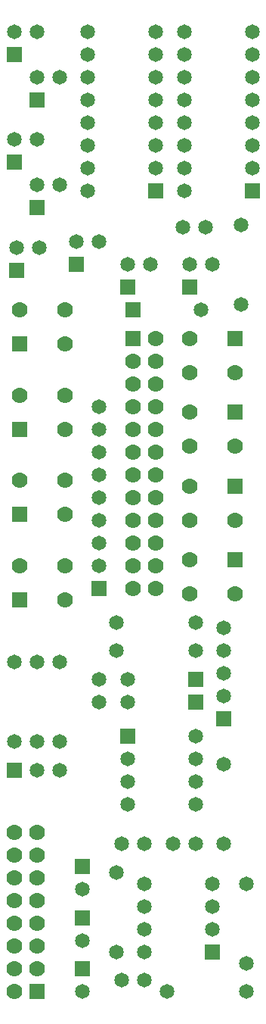
<source format=gbs>
G04 (created by PCBNEW-RS274X (2012-01-19 BZR 3256)-stable) date 12/6/2012 11:00:23 PM*
G01*
G70*
G90*
%MOIN*%
G04 Gerber Fmt 3.4, Leading zero omitted, Abs format*
%FSLAX34Y34*%
G04 APERTURE LIST*
%ADD10C,0.006000*%
%ADD11R,0.065000X0.065000*%
%ADD12C,0.065000*%
%ADD13R,0.070000X0.070000*%
%ADD14C,0.070000*%
G04 APERTURE END LIST*
G54D10*
G54D11*
X24000Y-44250D03*
G54D12*
X24000Y-43250D03*
X25000Y-43250D03*
G54D11*
X21250Y-39750D03*
G54D12*
X21250Y-38750D03*
X22250Y-38750D03*
G54D11*
X21250Y-35000D03*
G54D12*
X21250Y-34000D03*
X22250Y-34000D03*
G54D11*
X29000Y-45250D03*
G54D12*
X29000Y-44250D03*
X30000Y-44250D03*
G54D11*
X26250Y-45250D03*
G54D12*
X26250Y-44250D03*
X27250Y-44250D03*
G54D11*
X22250Y-37000D03*
G54D12*
X22250Y-36000D03*
X23250Y-36000D03*
G54D11*
X21350Y-44500D03*
G54D12*
X21350Y-43500D03*
X22350Y-43500D03*
G54D11*
X22250Y-41750D03*
G54D12*
X22250Y-40750D03*
X23250Y-40750D03*
G54D11*
X25000Y-58500D03*
G54D12*
X25000Y-57500D03*
X25000Y-56500D03*
X25000Y-55500D03*
X25000Y-54500D03*
X25000Y-53500D03*
X25000Y-52500D03*
X25000Y-51500D03*
X25000Y-50500D03*
G54D11*
X30500Y-64250D03*
G54D12*
X30500Y-63250D03*
X30500Y-62250D03*
X30500Y-61250D03*
X30500Y-60250D03*
G54D11*
X21250Y-66500D03*
G54D12*
X22250Y-66500D03*
X23250Y-66500D03*
X22250Y-65250D03*
X22250Y-61750D03*
X31250Y-46000D03*
X31250Y-42500D03*
X31500Y-76250D03*
X28000Y-76250D03*
X25750Y-71000D03*
X25750Y-74500D03*
X31500Y-75000D03*
X31500Y-71500D03*
X21250Y-65250D03*
X21250Y-61750D03*
X25750Y-60000D03*
X29250Y-60000D03*
X23250Y-65250D03*
X23250Y-61750D03*
X25750Y-61250D03*
X29250Y-61250D03*
X30500Y-66250D03*
X30500Y-69750D03*
G54D13*
X22250Y-76250D03*
G54D14*
X21250Y-76250D03*
X22250Y-75250D03*
X21250Y-75250D03*
X22250Y-74250D03*
X21250Y-74250D03*
X22250Y-73250D03*
X21250Y-73250D03*
X22250Y-72250D03*
X21250Y-72250D03*
X22250Y-71250D03*
X21250Y-71250D03*
X22250Y-70250D03*
X21250Y-70250D03*
X22250Y-69250D03*
X21250Y-69250D03*
G54D13*
X26500Y-47500D03*
G54D14*
X27500Y-47500D03*
X26500Y-48500D03*
X27500Y-48500D03*
X26500Y-49500D03*
X27500Y-49500D03*
X26500Y-50500D03*
X27500Y-50500D03*
X26500Y-51500D03*
X27500Y-51500D03*
X26500Y-52500D03*
X27500Y-52500D03*
X26500Y-53500D03*
X27500Y-53500D03*
X26500Y-54500D03*
X27500Y-54500D03*
X26500Y-55500D03*
X27500Y-55500D03*
X26500Y-56500D03*
X27500Y-56500D03*
X26500Y-57500D03*
X27500Y-57500D03*
X26500Y-58500D03*
X27500Y-58500D03*
G54D11*
X30000Y-74500D03*
G54D12*
X30000Y-73500D03*
X30000Y-72500D03*
X30000Y-71500D03*
X27000Y-71500D03*
X27000Y-72500D03*
X27000Y-73500D03*
X27000Y-74500D03*
G54D11*
X26250Y-65000D03*
G54D12*
X26250Y-66000D03*
X26250Y-67000D03*
X26250Y-68000D03*
X29250Y-68000D03*
X29250Y-67000D03*
X29250Y-66000D03*
X29250Y-65000D03*
G54D11*
X31750Y-41000D03*
G54D12*
X31750Y-40000D03*
X31750Y-39000D03*
X31750Y-38000D03*
X31750Y-37000D03*
X31750Y-36000D03*
X31750Y-35000D03*
X31750Y-34000D03*
X28750Y-34000D03*
X28750Y-35000D03*
X28750Y-36000D03*
X28750Y-37000D03*
X28750Y-38000D03*
X28750Y-39000D03*
X28750Y-40000D03*
X28750Y-41000D03*
G54D11*
X27500Y-41000D03*
G54D12*
X27500Y-40000D03*
X27500Y-39000D03*
X27500Y-38000D03*
X27500Y-37000D03*
X27500Y-36000D03*
X27500Y-35000D03*
X27500Y-34000D03*
X24500Y-34000D03*
X24500Y-35000D03*
X24500Y-36000D03*
X24500Y-37000D03*
X24500Y-38000D03*
X24500Y-39000D03*
X24500Y-40000D03*
X24500Y-41000D03*
G54D11*
X26500Y-46250D03*
G54D12*
X29500Y-46250D03*
G54D11*
X29250Y-63500D03*
G54D12*
X26250Y-63500D03*
G54D11*
X29250Y-62500D03*
G54D12*
X26250Y-62500D03*
G54D11*
X24250Y-70750D03*
G54D12*
X24250Y-71750D03*
G54D11*
X24250Y-73000D03*
G54D12*
X24250Y-74000D03*
G54D11*
X24250Y-75250D03*
G54D12*
X24250Y-76250D03*
X28250Y-69750D03*
X29250Y-69750D03*
X25000Y-63500D03*
X25000Y-62500D03*
X29700Y-42600D03*
X28700Y-42600D03*
X27000Y-75750D03*
X26000Y-75750D03*
X26000Y-69750D03*
X27000Y-69750D03*
G54D14*
X31000Y-55500D03*
G54D13*
X31000Y-54000D03*
G54D14*
X29000Y-55500D03*
X29000Y-54000D03*
X31000Y-58750D03*
G54D13*
X31000Y-57250D03*
G54D14*
X29000Y-58750D03*
X29000Y-57250D03*
X21500Y-57500D03*
G54D13*
X21500Y-59000D03*
G54D14*
X23500Y-57500D03*
X23500Y-59000D03*
X21500Y-46250D03*
G54D13*
X21500Y-47750D03*
G54D14*
X23500Y-46250D03*
X23500Y-47750D03*
X21500Y-50000D03*
G54D13*
X21500Y-51500D03*
G54D14*
X23500Y-50000D03*
X23500Y-51500D03*
X21500Y-53750D03*
G54D13*
X21500Y-55250D03*
G54D14*
X23500Y-53750D03*
X23500Y-55250D03*
X31000Y-52250D03*
G54D13*
X31000Y-50750D03*
G54D14*
X29000Y-52250D03*
X29000Y-50750D03*
X31000Y-49000D03*
G54D13*
X31000Y-47500D03*
G54D14*
X29000Y-49000D03*
X29000Y-47500D03*
M02*

</source>
